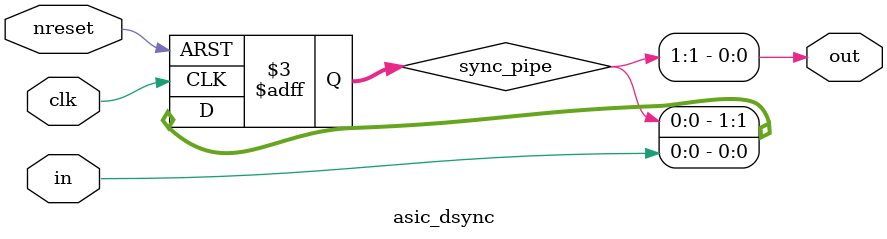
<source format=v>

module asic_dsync #(parameter PROP = "DEFAULT")   (
    input  clk,    // clock
    input  nreset, // async active low reset
    input  in,     // input data
    output out     // synchronized data
    );

   localparam SYNCPIPE=2;

   reg [SYNCPIPE-1:0] sync_pipe;
   always @ (posedge clk or negedge nreset)
     if(!nreset)
       sync_pipe[SYNCPIPE-1:0] <= 'b0;
     else
       sync_pipe[SYNCPIPE-1:0] <= {sync_pipe[SYNCPIPE-1:0],in};

   assign out = sync_pipe[SYNCPIPE-1];

endmodule

</source>
